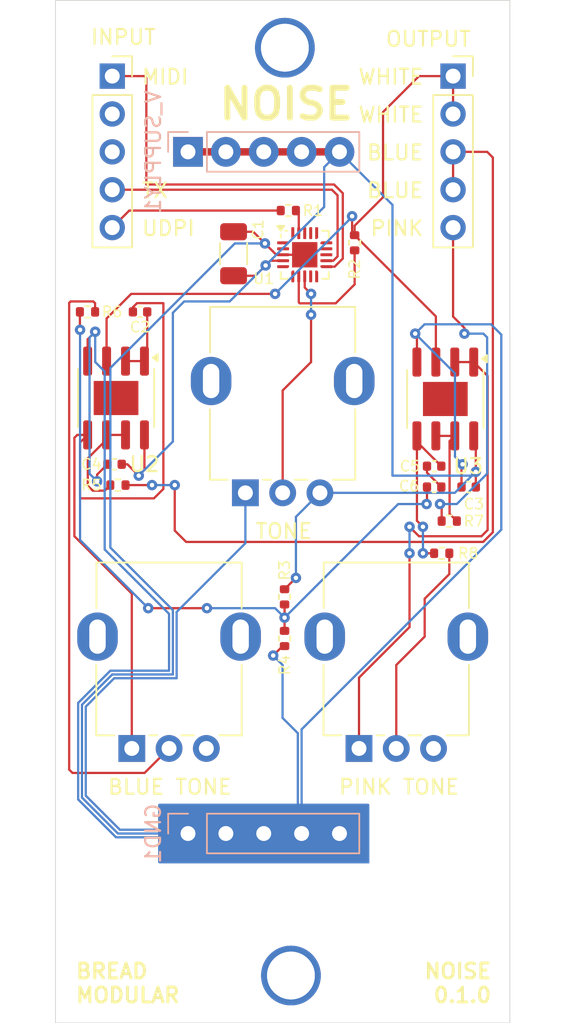
<source format=kicad_pcb>
(kicad_pcb (version 20240108) (generator "pcbnew") (generator_version "8.0")
  (layers (0 "F.Cu" signal) (31 "B.Cu" signal) (34 "B.Paste" user) (35 "F.Paste" user) (36 "B.SilkS" user "B.Silkscreen") (37 "F.SilkS" user "F.Silkscreen") (38 "B.Mask" user) (39 "F.Mask" user) (44 "Edge.Cuts" user))
  (net 0 "")
  (net 1 "GND")
  (net 3 "Net-(U2B-+)")
  (net 4 "Net-(U2A--)")
  (net 6 "Net-(U3B-+)")
  (net 7 "Net-(C5-Pad1)")
  (net 8 "V_MID")
  (net 9 "TX")
  (net 10 "MIDI")
  (net 11 "UDPI")
  (net 12 "V_SUPPLY")
  (net 13 "BLUE_NOISE")
  (net 14 "WHITE_NOISE")
  (net 15 "PINK_NOISE")
  (net 16 "Net-(U1-~{RESET}{slash}PA0)")
  (net 17 "Net-(U1-PA6)")
  (net 18 "Net-(U2B--)")
  (net 19 "Net-(R6-Pad1)")
  (net 20 "Net-(U3B--)")
  (net 21 "Net-(R8-Pad1)")
  (net 22 "Net-(U1-PA7)")
  (net 24 "Net-(U3A--)")
  (footprint "BreadModular_Pots:Potentiometer_RV09" (layer "F.Cu") (at 59.73 73.67 90)
    (property "Reference" "RV1")
    (property "Value" "50k")
    (fp_line (start 0.88 -2.38) (end 5.6 -2.38) (stroke (width 0.12)) (layer "F.SilkS"))
    (fp_line (start 9.41 -2.37) (end 12.47 -2.37) (stroke (width 0.12)) (layer "F.SilkS"))
    (fp_line (start 0.88 -1.19) (end 0.88 -2.37) (stroke (width 0.12)) (layer "F.SilkS"))
    (fp_line (start 0.88 1.71) (end 0.88 1.18) (stroke (width 0.12)) (layer "F.SilkS"))
    (fp_line (start 0.88 4.16) (end 0.88 3.33) (stroke (width 0.12)) (layer "F.SilkS"))
    (fp_line (start 12.47 7.37) (end 12.47 -2.37) (stroke (width 0.12)) (layer "F.SilkS"))
    (fp_line (start 9.41 7.37) (end 12.47 7.37) (stroke (width 0.12)) (layer "F.SilkS"))
    (fp_line (start 0.88 7.37) (end 0.88 5.88) (stroke (width 0.12)) (layer "F.SilkS"))
    (fp_line (start 0.88 7.37) (end 5.6 7.37) (stroke (width 0.12)) (layer "F.SilkS"))
    (pad "" thru_hole oval (at 7.5 -2.3 180) (size 2.72 3.24) (drill oval 1.1 2.3) (layers "*.Cu" "*.Mask"))
    (pad "" thru_hole oval (at 7.5 7.3 180) (size 2.72 3.24) (drill oval 1.1 2.3) (layers "*.Cu" "*.Mask"))
    (pad "1" thru_hole rect (at 0 0 180) (size 1.8 1.8) (drill 1) (layers "*.Cu" "*.Mask") (net 1 "GND"))
    (pad "2" thru_hole circle (at 0 2.5 180) (size 1.8 1.8) (drill 1) (layers "*.Cu" "*.Mask") (net 22 "Net-(U1-PA7)"))
    (pad "3" thru_hole circle (at 0 5 180) (size 1.8 1.8) (drill 1) (layers "*.Cu" "*.Mask") (net 12 "V_SUPPLY"))
  )
  (footprint "BreadModular_Pots:Potentiometer_RV09" (layer "F.Cu") (at 67.35 90.815 90)
    (property "Reference" "RV3")
    (property "Value" "1M")
    (fp_line (start 0.88 -2.38) (end 5.6 -2.38) (stroke (width 0.12)) (layer "F.SilkS"))
    (fp_line (start 9.41 -2.37) (end 12.47 -2.37) (stroke (width 0.12)) (layer "F.SilkS"))
    (fp_line (start 0.88 -1.19) (end 0.88 -2.37) (stroke (width 0.12)) (layer "F.SilkS"))
    (fp_line (start 0.88 1.71) (end 0.88 1.18) (stroke (width 0.12)) (layer "F.SilkS"))
    (fp_line (start 0.88 4.16) (end 0.88 3.33) (stroke (width 0.12)) (layer "F.SilkS"))
    (fp_line (start 12.47 7.37) (end 12.47 -2.37) (stroke (width 0.12)) (layer "F.SilkS"))
    (fp_line (start 9.41 7.37) (end 12.47 7.37) (stroke (width 0.12)) (layer "F.SilkS"))
    (fp_line (start 0.88 7.37) (end 0.88 5.88) (stroke (width 0.12)) (layer "F.SilkS"))
    (fp_line (start 0.88 7.37) (end 5.6 7.37) (stroke (width 0.12)) (layer "F.SilkS"))
    (pad "" thru_hole oval (at 7.5 -2.3 180) (size 2.72 3.24) (drill oval 1.1 2.3) (layers "*.Cu" "*.Mask"))
    (pad "" thru_hole oval (at 7.5 7.3 180) (size 2.72 3.24) (drill oval 1.1 2.3) (layers "*.Cu" "*.Mask"))
    (pad "1" thru_hole rect (at 0 0 180) (size 1.8 1.8) (drill 1) (layers "*.Cu" "*.Mask") (net 24 "Net-(U3A--)"))
    (pad "2" thru_hole circle (at 0 2.5 180) (size 1.8 1.8) (drill 1) (layers "*.Cu" "*.Mask") (net 21 "Net-(R8-Pad1)"))
    (pad "3" thru_hole circle (at 0 5 180) (size 1.8 1.8) (drill 1) (layers "*.Cu" "*.Mask"))
  )
  (footprint "Resistor_SMD:R_0402_1005Metric" (layer "F.Cu") (at 73.404 75.565 180)
    (property "Reference" "R7" (at -1.651 0 360) (layer "F.SilkS") (effects (font (size 0.7 0.7) (thickness 0.1))))
    (property "Value" "1k")
    (fp_line (start -0.153641 0.38) (end 0.153641 0.38) (stroke (width 0.12)) (layer "F.SilkS"))
    (fp_line (start -0.153641 -0.38) (end 0.153641 -0.38) (stroke (width 0.12)) (layer "F.SilkS"))
    (pad "1" smd roundrect (at -0.51 0 180) (size 0.54 0.64) (layers "F.Cu" "F.Paste" "F.Mask") (net 20 "Net-(U3B--)"))
    (pad "2" smd roundrect (at 0.51 0 180) (size 0.54 0.64) (layers "F.Cu" "F.Paste" "F.Mask") (net 15 "PINK_NOISE"))
  )
  (footprint "Capacitor_SMD:C_0402_1005Metric" (layer "F.Cu") (at 72.39 73.279)
    (property "Reference" "C6" (at -1.679 -0.065 0) (layer "F.SilkS") (effects (font (size 0.7 0.7) (thickness 0.1))))
    (property "Value" "10nf")
    (fp_line (start -0.107836 -0.36) (end 0.107836 -0.36) (stroke (width 0.12)) (layer "F.SilkS"))
    (fp_line (start -0.107836 0.36) (end 0.107836 0.36) (stroke (width 0.12)) (layer "F.SilkS"))
    (pad "1" smd roundrect (at -0.48 0) (size 0.56 0.62) (layers "F.Cu" "F.Paste" "F.Mask") (net 8 "V_MID"))
    (pad "2" smd roundrect (at 0.48 0) (size 0.56 0.62) (layers "F.Cu" "F.Paste" "F.Mask") (net 7 "Net-(C5-Pad1)"))
  )
  (footprint "Package_SO:SOIC-8-1EP_3.9x4.9mm_P1.27mm_EP2.29x3mm" (layer "F.Cu") (at 51.054 67.31 -90)
    (property "Reference" "U2" (at 4.445 -1.905 360) (layer "F.SilkS"))
    (property "Value" "MCP6002-xSN")
    (fp_line (start 0 2.56) (end -1.95 2.56) (stroke (width 0.12)) (layer "F.SilkS"))
    (fp_line (start 0 2.56) (end 1.95 2.56) (stroke (width 0.12)) (layer "F.SilkS"))
    (fp_line (start 0 -2.56) (end -1.95 -2.56) (stroke (width 0.12)) (layer "F.SilkS"))
    (fp_line (start 0 -2.56) (end 1.95 -2.56) (stroke (width 0.12)) (layer "F.SilkS"))
    (fp_poly (pts (xy -2.7 -2.465) (xy -2.94 -2.795) (xy -2.46 -2.795) (xy -2.7 -2.465)) (stroke (width 0.12)) (fill solid) (layer "F.SilkS"))
    (pad "1" smd roundrect (at -2.475 -1.905 270) (size 1.95 0.6) (layers "F.Cu" "F.Paste" "F.Mask") (net 4 "Net-(U2A--)"))
    (pad "2" smd roundrect (at -2.475 -0.635 270) (size 1.95 0.6) (layers "F.Cu" "F.Paste" "F.Mask") (net 4 "Net-(U2A--)"))
    (pad "3" smd roundrect (at -2.475 0.635 270) (size 1.95 0.6) (layers "F.Cu" "F.Paste" "F.Mask") (net 14 "WHITE_NOISE"))
    (pad "4" smd roundrect (at -2.475 1.905 270) (size 1.95 0.6) (layers "F.Cu" "F.Paste" "F.Mask") (net 1 "GND"))
    (pad "5" smd roundrect (at 2.475 1.905 270) (size 1.95 0.6) (layers "F.Cu" "F.Paste" "F.Mask") (net 3 "Net-(U2B-+)"))
    (pad "6" smd roundrect (at 2.475 0.635 270) (size 1.95 0.6) (layers "F.Cu" "F.Paste" "F.Mask") (net 18 "Net-(U2B--)"))
    (pad "7" smd roundrect (at 2.475 -0.635 270) (size 1.95 0.6) (layers "F.Cu" "F.Paste" "F.Mask") (net 18 "Net-(U2B--)"))
    (pad "8" smd roundrect (at 2.475 -1.905 270) (size 1.95 0.6) (layers "F.Cu" "F.Paste" "F.Mask") (net 12 "V_SUPPLY"))
    (pad "9" smd rect (at 0 0 270) (size 2.29 3) (property pad_prop_heatsink) (layers "F.Cu" "F.Mask"))
  )
  (footprint "Resistor_SMD:R_0402_1005Metric" (layer "F.Cu") (at 62.609 54.737 180)
    (property "Reference" "R1" (at -1.653 0 360) (layer "F.SilkS") (effects (font (size 0.7 0.7) (thickness 0.1))))
    (property "Value" "4.7k")
    (fp_line (start -0.153641 0.38) (end 0.153641 0.38) (stroke (width 0.12)) (layer "F.SilkS"))
    (fp_line (start -0.153641 -0.38) (end 0.153641 -0.38) (stroke (width 0.12)) (layer "F.SilkS"))
    (pad "1" smd roundrect (at -0.51 0 180) (size 0.54 0.64) (layers "F.Cu" "F.Paste" "F.Mask") (net 16 "Net-(U1-~{RESET}{slash}PA0)"))
    (pad "2" smd roundrect (at 0.51 0 180) (size 0.54 0.64) (layers "F.Cu" "F.Paste" "F.Mask") (net 11 "UDPI"))
  )
  (footprint "Capacitor_SMD:C_0402_1005Metric" (layer "F.Cu") (at 74.704 73.279)
    (property "Reference" "C3" (at 0.353 1.143 0) (layer "F.SilkS") (effects (font (size 0.7 0.7) (thickness 0.1))))
    (property "Value" "100nf")
    (fp_line (start -0.107836 -0.36) (end 0.107836 -0.36) (stroke (width 0.12)) (layer "F.SilkS"))
    (fp_line (start -0.107836 0.36) (end 0.107836 0.36) (stroke (width 0.12)) (layer "F.SilkS"))
    (pad "1" smd roundrect (at -0.48 0) (size 0.56 0.62) (layers "F.Cu" "F.Paste" "F.Mask") (net 1 "GND"))
    (pad "2" smd roundrect (at 0.48 0) (size 0.56 0.62) (layers "F.Cu" "F.Paste" "F.Mask") (net 12 "V_SUPPLY"))
  )
  (footprint "Capacitor_SMD:C_0402_1005Metric" (layer "F.Cu") (at 72.39 71.882)
    (property "Reference" "C5" (at -1.623 0 0) (layer "F.SilkS") (effects (font (size 0.7 0.7) (thickness 0.1))))
    (property "Value" "10nf")
    (fp_line (start -0.107836 -0.36) (end 0.107836 -0.36) (stroke (width 0.12)) (layer "F.SilkS"))
    (fp_line (start -0.107836 0.36) (end 0.107836 0.36) (stroke (width 0.12)) (layer "F.SilkS"))
    (pad "1" smd roundrect (at -0.48 0) (size 0.56 0.62) (layers "F.Cu" "F.Paste" "F.Mask") (net 7 "Net-(C5-Pad1)"))
    (pad "2" smd roundrect (at 0.48 0) (size 0.56 0.62) (layers "F.Cu" "F.Paste" "F.Mask") (net 6 "Net-(U3B-+)"))
  )
  (footprint "Connector_PinSocket_2.54mm:PinSocket_1x05_P2.54mm_Vertical" (layer "F.Cu") (at 50.8 45.72)
    (property "Reference" "INPUT1")
    (property "Value" "Conn_01x05_Socket")
    (fp_line (start -1.33 1.27) (end -1.33 11.49) (stroke (width 0.12)) (layer "F.SilkS"))
    (fp_line (start -1.33 1.27) (end 1.33 1.27) (stroke (width 0.12)) (layer "F.SilkS"))
    (fp_line (start -1.33 11.49) (end 1.33 11.49) (stroke (width 0.12)) (layer "F.SilkS"))
    (fp_line (start 0 -1.33) (end 1.33 -1.33) (stroke (width 0.12)) (layer "F.SilkS"))
    (fp_line (start 1.33 -1.33) (end 1.33 0) (stroke (width 0.12)) (layer "F.SilkS"))
    (fp_line (start 1.33 1.27) (end 1.33 11.49) (stroke (width 0.12)) (layer "F.SilkS"))
    (pad "1" thru_hole rect (at 0 0) (size 1.7 1.7) (drill 1) (layers "*.Cu" "*.Mask") (net 10 "MIDI"))
    (pad "2" thru_hole oval (at 0 2.54) (size 1.7 1.7) (drill 1) (layers "*.Cu" "*.Mask"))
    (pad "3" thru_hole oval (at 0 5.08) (size 1.7 1.7) (drill 1) (layers "*.Cu" "*.Mask"))
    (pad "4" thru_hole oval (at 0 7.62) (size 1.7 1.7) (drill 1) (layers "*.Cu" "*.Mask") (net 9 "TX"))
    (pad "5" thru_hole oval (at 0 10.16) (size 1.7 1.7) (drill 1) (layers "*.Cu" "*.Mask") (net 11 "UDPI"))
  )
  (footprint "Package_DFN_QFN:VQFN-20-1EP_3x3mm_P0.4mm_EP1.7x1.7mm" (layer "F.Cu") (at 63.71 57.702)
    (property "Reference" "U1" (at -2.75 1.607 0) (layer "F.SilkS") (effects (font (size 0.7 0.7) (thickness 0.1))))
    (property "Value" "ATtiny1616-M")
    (fp_line (start -1.61 -1.16) (end -1.61 -1.37) (stroke (width 0.12)) (layer "F.SilkS"))
    (fp_line (start -1.61 1.61) (end -1.61 1.16) (stroke (width 0.12)) (layer "F.SilkS"))
    (fp_line (start -1.16 -1.61) (end -1.31 -1.61) (stroke (width 0.12)) (layer "F.SilkS"))
    (fp_line (start -1.16 1.61) (end -1.61 1.61) (stroke (width 0.12)) (layer "F.SilkS"))
    (fp_line (start 1.16 -1.61) (end 1.61 -1.61) (stroke (width 0.12)) (layer "F.SilkS"))
    (fp_line (start 1.16 1.61) (end 1.61 1.61) (stroke (width 0.12)) (layer "F.SilkS"))
    (fp_line (start 1.61 -1.61) (end 1.61 -1.16) (stroke (width 0.12)) (layer "F.SilkS"))
    (fp_line (start 1.61 1.61) (end 1.61 1.16) (stroke (width 0.12)) (layer "F.SilkS"))
    (fp_poly (pts (xy -1.61 -1.61) (xy -1.85 -1.94) (xy -1.37 -1.94) (xy -1.61 -1.61)) (stroke (width 0.12)) (fill solid) (layer "F.SilkS"))
    (pad "1" smd custom (at -1.45 -0.8) (size 0.143431 0.143431) (layers "F.Cu" "F.Paste" "F.Mask") (options (clearance outline) (anchor circle)) (primitives (gr_poly (pts (xy -0.35 -0.05) (xy 0.299289 -0.05) (xy 0.35 0.000711) (xy 0.35 0.05) (xy -0.35 0.05)) (width 0.1) (fill yes))))
    (pad "2" smd roundrect (at -1.45 -0.4) (size 0.8 0.2) (layers "F.Cu" "F.Paste" "F.Mask"))
    (pad "3" smd roundrect (at -1.45 0) (size 0.8 0.2) (layers "F.Cu" "F.Paste" "F.Mask") (net 1 "GND"))
    (pad "4" smd roundrect (at -1.45 0.4) (size 0.8 0.2) (layers "F.Cu" "F.Paste" "F.Mask") (net 12 "V_SUPPLY"))
    (pad "5" smd custom (at -1.45 0.8) (size 0.143431 0.143431) (layers "F.Cu" "F.Paste" "F.Mask") (options (clearance outline) (anchor circle)) (primitives (gr_poly (pts (xy -0.35 -0.05) (xy 0.35 -0.05) (xy 0.35 -0.000711) (xy 0.299289 0.05) (xy -0.35 0.05)) (width 0.1) (fill yes))))
    (pad "6" smd custom (at -0.8 1.45) (size 0.143431 0.143431) (layers "F.Cu" "F.Paste" "F.Mask") (options (clearance outline) (anchor circle)) (primitives (gr_poly (pts (xy -0.05 -0.299289) (xy 0.000711 -0.35) (xy 0.05 -0.35) (xy 0.05 0.35) (xy -0.05 0.35)) (width 0.1) (fill yes))))
    (pad "7" smd roundrect (at -0.4 1.45) (size 0.2 0.8) (layers "F.Cu" "F.Paste" "F.Mask") (net 17 "Net-(U1-PA6)"))
    (pad "8" smd roundrect (at 0 1.45) (size 0.2 0.8) (layers "F.Cu" "F.Paste" "F.Mask") (net 22 "Net-(U1-PA7)"))
    (pad "9" smd roundrect (at 0.4 1.45) (size 0.2 0.8) (layers "F.Cu" "F.Paste" "F.Mask"))
    (pad "10" smd custom (at 0.8 1.45) (size 0.143431 0.143431) (layers "F.Cu" "F.Paste" "F.Mask") (options (clearance outline) (anchor circle)) (primitives (gr_poly (pts (xy -0.05 -0.35) (xy -0.000711 -0.35) (xy 0.05 -0.299289) (xy 0.05 0.35) (xy -0.05 0.35)) (width 0.1) (fill yes))))
    (pad "11" smd custom (at 1.45 0.8) (size 0.143431 0.143431) (layers "F.Cu" "F.Paste" "F.Mask") (net 10 "MIDI") (options (clearance outline) (anchor circle)) (primitives (gr_poly (pts (xy -0.35 -0.05) (xy 0.35 -0.05) (xy 0.35 0.05) (xy -0.299289 0.05) (xy -0.35 -0.000711)) (width 0.1) (fill yes))))
    (pad "12" smd roundrect (at 1.45 0.4) (size 0.8 0.2) (layers "F.Cu" "F.Paste" "F.Mask") (net 9 "TX"))
    (pad "13" smd roundrect (at 1.45 0) (size 0.8 0.2) (layers "F.Cu" "F.Paste" "F.Mask"))
    (pad "14" smd roundrect (at 1.45 -0.4) (size 0.8 0.2) (layers "F.Cu" "F.Paste" "F.Mask"))
    (pad "15" smd custom (at 1.45 -0.8) (size 0.143431 0.143431) (layers "F.Cu" "F.Paste" "F.Mask") (options (clearance outline) (anchor circle)) (primitives (gr_poly (pts (xy -0.35 0.000711) (xy -0.299289 -0.05) (xy 0.35 -0.05) (xy 0.35 0.05) (xy -0.35 0.05)) (width 0.1) (fill yes))))
    (pad "16" smd custom (at 0.8 -1.45) (size 0.143431 0.143431) (layers "F.Cu" "F.Paste" "F.Mask") (options (clearance outline) (anchor circle)) (primitives (gr_poly (pts (xy -0.05 -0.35) (xy 0.05 -0.35) (xy 0.05 0.299289) (xy -0.000711 0.35) (xy -0.05 0.35)) (width 0.1) (fill yes))))
    (pad "17" smd roundrect (at 0.4 -1.45) (size 0.2 0.8) (layers "F.Cu" "F.Paste" "F.Mask"))
    (pad "18" smd roundrect (at 0 -1.45) (size 0.2 0.8) (layers "F.Cu" "F.Paste" "F.Mask"))
    (pad "19" smd roundrect (at -0.4 -1.45) (size 0.2 0.8) (layers "F.Cu" "F.Paste" "F.Mask") (net 16 "Net-(U1-~{RESET}{slash}PA0)"))
    (pad "20" smd custom (at -0.8 -1.45) (size 0.143431 0.143431) (layers "F.Cu" "F.Paste" "F.Mask") (options (clearance outline) (anchor circle)) (primitives (gr_poly (pts (xy -0.05 -0.35) (xy 0.05 -0.35) (xy 0.05 0.35) (xy 0.000711 0.35) (xy -0.05 0.299289)) (width 0.1) (fill yes))))
    (pad "21" smd rect (at 0 0) (size 1.7 1.7) (property pad_prop_heatsink) (layers "F.Cu" "F.Mask") (net 1 "GND"))
  )
  (footprint "Capacitor_SMD:C_0402_1005Metric" (layer "F.Cu") (at 52.665 61.533 180)
    (property "Reference" "C2" (at 0 -1.016 360) (layer "F.SilkS") (effects (font (size 0.7 0.7) (thickness 0.1))))
    (property "Value" "100pf")
    (fp_line (start -0.107836 0.36) (end 0.107836 0.36) (stroke (width 0.12)) (layer "F.SilkS"))
    (fp_line (start -0.107836 -0.36) (end 0.107836 -0.36) (stroke (width 0.12)) (layer "F.SilkS"))
    (pad "1" smd roundrect (at -0.48 0 180) (size 0.56 0.62) (layers "F.Cu" "F.Paste" "F.Mask") (net 4 "Net-(U2A--)"))
    (pad "2" smd roundrect (at 0.48 0 180) (size 0.56 0.62) (layers "F.Cu" "F.Paste" "F.Mask") (net 3 "Net-(U2B-+)"))
  )
  (footprint "Resistor_SMD:R_0402_1005Metric" (layer "F.Cu") (at 62.357 83.439 -90)
    (property "Reference" "R4" (at 1.778 0 90) (layer "F.SilkS") (effects (font (size 0.7 0.7) (thickness 0.1))))
    (property "Value" "1k")
    (fp_line (start -0.153641 0.38) (end 0.153641 0.38) (stroke (width 0.12)) (layer "F.SilkS"))
    (fp_line (start -0.153641 -0.38) (end 0.153641 -0.38) (stroke (width 0.12)) (layer "F.SilkS"))
    (pad "1" smd roundrect (at -0.51 0 270) (size 0.54 0.64) (layers "F.Cu" "F.Paste" "F.Mask") (net 8 "V_MID"))
    (pad "2" smd roundrect (at 0.51 0 270) (size 0.54 0.64) (layers "F.Cu" "F.Paste" "F.Mask") (net 1 "GND"))
  )
  (footprint "Resistor_SMD:R_0402_1005Metric" (layer "F.Cu") (at 49.139 61.533 180)
    (property "Reference" "R6" (at -1.649 0 360) (layer "F.SilkS") (effects (font (size 0.7 0.7) (thickness 0.1))))
    (property "Value" "330")
    (fp_line (start -0.153641 0.38) (end 0.153641 0.38) (stroke (width 0.12)) (layer "F.SilkS"))
    (fp_line (start -0.153641 -0.38) (end 0.153641 -0.38) (stroke (width 0.12)) (layer "F.SilkS"))
    (pad "1" smd roundrect (at -0.51 0 180) (size 0.54 0.64) (layers "F.Cu" "F.Paste" "F.Mask") (net 19 "Net-(R6-Pad1)"))
    (pad "2" smd roundrect (at 0.51 0 180) (size 0.54 0.64) (layers "F.Cu" "F.Paste" "F.Mask") (net 8 "V_MID"))
  )
  (footprint "Capacitor_SMD:C_1206_3216Metric" (layer "F.Cu") (at 58.937 57.634 -90)
    (property "Reference" "C1" (at -1.627 -1.642 90) (layer "F.SilkS") (effects (font (size 0.7 0.7) (thickness 0.1))))
    (property "Value" "100uf")
    (fp_line (start -0.711252 0.91) (end 0.711252 0.91) (stroke (width 0.12)) (layer "F.SilkS"))
    (fp_line (start -0.711252 -0.91) (end 0.711252 -0.91) (stroke (width 0.12)) (layer "F.SilkS"))
    (pad "1" smd roundrect (at -1.475 0 270) (size 1.15 1.8) (layers "F.Cu" "F.Paste" "F.Mask") (roundrect_rratio 0.217391) (net 1 "GND"))
    (pad "2" smd roundrect (at 1.475 0 270) (size 1.15 1.8) (layers "F.Cu" "F.Paste" "F.Mask") (roundrect_rratio 0.217391) (net 12 "V_SUPPLY"))
  )
  (footprint "Resistor_SMD:R_0402_1005Metric" (layer "F.Cu") (at 72.898 77.724 180)
    (property "Reference" "R8" (at -1.778 0 360) (layer "F.SilkS") (effects (font (size 0.7 0.7) (thickness 0.1))))
    (property "Value" "22k")
    (fp_line (start -0.153641 0.38) (end 0.153641 0.38) (stroke (width 0.12)) (layer "F.SilkS"))
    (fp_line (start -0.153641 -0.38) (end 0.153641 -0.38) (stroke (width 0.12)) (layer "F.SilkS"))
    (pad "1" smd roundrect (at -0.51 0 180) (size 0.54 0.64) (layers "F.Cu" "F.Paste" "F.Mask") (net 21 "Net-(R8-Pad1)"))
    (pad "2" smd roundrect (at 0.51 0 180) (size 0.54 0.64) (layers "F.Cu" "F.Paste" "F.Mask") (net 6 "Net-(U3B-+)"))
  )
  (footprint "Capacitor_SMD:C_0402_1005Metric" (layer "F.Cu") (at 50.955 71.755)
    (property "Reference" "C4" (at -1.552 0 0) (layer "F.SilkS") (effects (font (size 0.7 0.7) (thickness 0.1))))
    (property "Value" "100nf")
    (fp_line (start -0.107836 -0.36) (end 0.107836 -0.36) (stroke (width 0.12)) (layer "F.SilkS"))
    (fp_line (start -0.107836 0.36) (end 0.107836 0.36) (stroke (width 0.12)) (layer "F.SilkS"))
    (pad "1" smd roundrect (at -0.48 0) (size 0.56 0.62) (layers "F.Cu" "F.Paste" "F.Mask") (net 1 "GND"))
    (pad "2" smd roundrect (at 0.48 0) (size 0.56 0.62) (layers "F.Cu" "F.Paste" "F.Mask") (net 12 "V_SUPPLY"))
  )
  (footprint "Package_SO:SOIC-8-1EP_3.9x4.9mm_P1.27mm_EP2.29x3mm" (layer "F.Cu") (at 73.14 67.375 -90)
    (property "Reference" "U3" (at 4.507 -1.536 360) (layer "F.SilkS"))
    (property "Value" "MCP6002-xSN")
    (fp_line (start 0 2.56) (end -1.95 2.56) (stroke (width 0.12)) (layer "F.SilkS"))
    (fp_line (start 0 2.56) (end 1.95 2.56) (stroke (width 0.12)) (layer "F.SilkS"))
    (fp_line (start 0 -2.56) (end -1.95 -2.56) (stroke (width 0.12)) (layer "F.SilkS"))
    (fp_line (start 0 -2.56) (end 1.95 -2.56) (stroke (width 0.12)) (layer "F.SilkS"))
    (fp_poly (pts (xy -2.7 -2.465) (xy -2.94 -2.795) (xy -2.46 -2.795) (xy -2.7 -2.465)) (stroke (width 0.12)) (fill solid) (layer "F.SilkS"))
    (pad "1" smd roundrect (at -2.475 -1.905 270) (size 1.95 0.6) (layers "F.Cu" "F.Paste" "F.Mask") (net 24 "Net-(U3A--)"))
    (pad "2" smd roundrect (at -2.475 -0.635 270) (size 1.95 0.6) (layers "F.Cu" "F.Paste" "F.Mask") (net 24 "Net-(U3A--)"))
    (pad "3" smd roundrect (at -2.475 0.635 270) (size 1.95 0.6) (layers "F.Cu" "F.Paste" "F.Mask") (net 14 "WHITE_NOISE"))
    (pad "4" smd roundrect (at -2.475 1.905 270) (size 1.95 0.6) (layers "F.Cu" "F.Paste" "F.Mask") (net 1 "GND"))
    (pad "5" smd roundrect (at 2.475 1.905 270) (size 1.95 0.6) (layers "F.Cu" "F.Paste" "F.Mask") (net 6 "Net-(U3B-+)"))
    (pad "6" smd roundrect (at 2.475 0.635 270) (size 1.95 0.6) (layers "F.Cu" "F.Paste" "F.Mask") (net 20 "Net-(U3B--)"))
    (pad "7" smd roundrect (at 2.475 -0.635 270) (size 1.95 0.6) (layers "F.Cu" "F.Paste" "F.Mask") (net 20 "Net-(U3B--)"))
    (pad "8" smd roundrect (at 2.475 -1.905 270) (size 1.95 0.6) (layers "F.Cu" "F.Paste" "F.Mask") (net 12 "V_SUPPLY"))
    (pad "9" smd rect (at 0 0 270) (size 2.29 3) (property pad_prop_heatsink) (layers "F.Cu" "F.Mask"))
  )
  (footprint "Resistor_SMD:R_0402_1005Metric" (layer "F.Cu") (at 51.179 73.152)
    (property "Reference" "R5" (at -1.776 0 0) (layer "F.SilkS") (effects (font (size 0.7 0.7) (thickness 0.1))))
    (property "Value" "1k")
    (fp_line (start -0.153641 -0.38) (end 0.153641 -0.38) (stroke (width 0.12)) (layer "F.SilkS"))
    (fp_line (start -0.153641 0.38) (end 0.153641 0.38) (stroke (width 0.12)) (layer "F.SilkS"))
    (pad "1" smd roundrect (at -0.51 0) (size 0.54 0.64) (layers "F.Cu" "F.Paste" "F.Mask") (net 18 "Net-(U2B--)"))
    (pad "2" smd roundrect (at 0.51 0) (size 0.54 0.64) (layers "F.Cu" "F.Paste" "F.Mask") (net 13 "BLUE_NOISE"))
  )
  (footprint "Resistor_SMD:R_0402_1005Metric" (layer "F.Cu") (at 67.056 56.898 90)
    (property "Reference" "R2" (at -1.778 0 90) (layer "F.SilkS") (effects (font (size 0.7 0.7) (thickness 0.1))))
    (property "Value" "1k")
    (fp_line (start -0.153641 -0.38) (end 0.153641 -0.38) (stroke (width 0.12)) (layer "F.SilkS"))
    (fp_line (start -0.153641 0.38) (end 0.153641 0.38) (stroke (width 0.12)) (layer "F.SilkS"))
    (pad "1" smd roundrect (at -0.51 0 90) (size 0.54 0.64) (layers "F.Cu" "F.Paste" "F.Mask") (net 17 "Net-(U1-PA6)"))
    (pad "2" smd roundrect (at 0.51 0 90) (size 0.54 0.64) (layers "F.Cu" "F.Paste" "F.Mask") (net 14 "WHITE_NOISE"))
  )
  (footprint "Resistor_SMD:R_0402_1005Metric" (layer "F.Cu") (at 62.357 80.647 -90)
    (property "Reference" "R3" (at -1.78 0 90) (layer "F.SilkS") (effects (font (size 0.7 0.7) (thickness 0.1))))
    (property "Value" "1k")
    (fp_line (start -0.153641 0.38) (end 0.153641 0.38) (stroke (width 0.12)) (layer "F.SilkS"))
    (fp_line (start -0.153641 -0.38) (end 0.153641 -0.38) (stroke (width 0.12)) (layer "F.SilkS"))
    (pad "1" smd roundrect (at -0.51 0 270) (size 0.54 0.64) (layers "F.Cu" "F.Paste" "F.Mask") (net 12 "V_SUPPLY"))
    (pad "2" smd roundrect (at 0.51 0 270) (size 0.54 0.64) (layers "F.Cu" "F.Paste" "F.Mask") (net 8 "V_MID"))
  )
  (footprint "Connector_PinSocket_2.54mm:PinSocket_1x05_P2.54mm_Vertical" (layer "F.Cu") (at 73.66 45.72)
    (property "Reference" "OUTPUT1")
    (property "Value" "Conn_01x05_Socket")
    (fp_line (start -1.33 1.27) (end -1.33 11.49) (stroke (width 0.12)) (layer "F.SilkS"))
    (fp_line (start -1.33 1.27) (end 1.33 1.27) (stroke (width 0.12)) (layer "F.SilkS"))
    (fp_line (start -1.33 11.49) (end 1.33 11.49) (stroke (width 0.12)) (layer "F.SilkS"))
    (fp_line (start 0 -1.33) (end 1.33 -1.33) (stroke (width 0.12)) (layer "F.SilkS"))
    (fp_line (start 1.33 -1.33) (end 1.33 0) (stroke (width 0.12)) (layer "F.SilkS"))
    (fp_line (start 1.33 1.27) (end 1.33 11.49) (stroke (width 0.12)) (layer "F.SilkS"))
    (pad "1" thru_hole rect (at 0 0) (size 1.7 1.7) (drill 1) (layers "*.Cu" "*.Mask") (net 14 "WHITE_NOISE"))
    (pad "2" thru_hole oval (at 0 2.54) (size 1.7 1.7) (drill 1) (layers "*.Cu" "*.Mask") (net 14 "WHITE_NOISE"))
    (pad "3" thru_hole oval (at 0 5.08) (size 1.7 1.7) (drill 1) (layers "*.Cu" "*.Mask") (net 13 "BLUE_NOISE"))
    (pad "4" thru_hole oval (at 0 7.62) (size 1.7 1.7) (drill 1) (layers "*.Cu" "*.Mask") (net 13 "BLUE_NOISE"))
    (pad "5" thru_hole oval (at 0 10.16) (size 1.7 1.7) (drill 1) (layers "*.Cu" "*.Mask") (net 15 "PINK_NOISE"))
  )
  (footprint "BreadModular_Pots:Potentiometer_RV09" (layer "F.Cu") (at 52.11 90.815 90)
    (property "Reference" "RV2")
    (property "Value" "1M")
    (fp_line (start 0.88 -2.38) (end 5.6 -2.38) (stroke (width 0.12)) (layer "F.SilkS"))
    (fp_line (start 9.41 -2.37) (end 12.47 -2.37) (stroke (width 0.12)) (layer "F.SilkS"))
    (fp_line (start 0.88 -1.19) (end 0.88 -2.37) (stroke (width 0.12)) (layer "F.SilkS"))
    (fp_line (start 0.88 1.71) (end 0.88 1.18) (stroke (width 0.12)) (layer "F.SilkS"))
    (fp_line (start 0.88 4.16) (end 0.88 3.33) (stroke (width 0.12)) (layer "F.SilkS"))
    (fp_line (start 12.47 7.37) (end 12.47 -2.37) (stroke (width 0.12)) (layer "F.SilkS"))
    (fp_line (start 9.41 7.37) (end 12.47 7.37) (stroke (width 0.12)) (layer "F.SilkS"))
    (fp_line (start 0.88 7.37) (end 0.88 5.88) (stroke (width 0.12)) (layer "F.SilkS"))
    (fp_line (start 0.88 7.37) (end 5.6 7.37) (stroke (width 0.12)) (layer "F.SilkS"))
    (pad "" thru_hole oval (at 7.5 -2.3 180) (size 2.72 3.24) (drill oval 1.1 2.3) (layers "*.Cu" "*.Mask"))
    (pad "" thru_hole oval (at 7.5 7.3 180) (size 2.72 3.24) (drill oval 1.1 2.3) (layers "*.Cu" "*.Mask"))
    (pad "1" thru_hole rect (at 0 0 180) (size 1.8 1.8) (drill 1) (layers "*.Cu" "*.Mask") (net 3 "Net-(U2B-+)"))
    (pad "2" thru_hole circle (at 0 2.5 180) (size 1.8 1.8) (drill 1) (layers "*.Cu" "*.Mask") (net 19 "Net-(R6-Pad1)"))
    (pad "3" thru_hole circle (at 0 5 180) (size 1.8 1.8) (drill 1) (layers "*.Cu" "*.Mask"))
  )
  (footprint "BreadModular_MISC:Power_Connector" (layer "B.Cu") (at 55.88 50.8 -90)
    (property "Reference" "V_SUPPLY1" (at 0 2.33 90) (layer "B.SilkS") (effects (justify mirror)))
    (property "Value" "Conn_01x05_Pin")
    (fp_line (start -1.33 1.33) (end -1.33 0) (stroke (width 0.12)) (layer "B.SilkS"))
    (fp_line (start 0 1.33) (end -1.33 1.33) (stroke (width 0.12)) (layer "B.SilkS"))
    (fp_line (start 1.33 -1.27) (end -1.33 -1.27) (stroke (width 0.12)) (layer "B.SilkS"))
    (fp_line (start -1.33 -11.49) (end -1.33 -1.27) (stroke (width 0.12)) (layer "B.SilkS"))
    (fp_line (start 1.33 -11.49) (end 1.33 -1.27) (stroke (width 0.12)) (layer "B.SilkS"))
    (fp_line (start 1.33 -11.49) (end -1.33 -11.49) (stroke (width 0.12)) (layer "B.SilkS"))
    (pad "1" thru_hole rect (at 0 0 270) (size 2 2) (drill 1) (layers "*.Cu" "*.Mask") (net 12 "V_SUPPLY"))
    (pad "2" thru_hole oval (at 0 -2.54 270) (size 2 2) (drill 1) (layers "*.Cu" "*.Mask") (net 12 "V_SUPPLY"))
    (pad "3" thru_hole oval (at 0 -5.08 270) (size 2 2) (drill 1) (layers "*.Cu" "*.Mask") (net 12 "V_SUPPLY"))
    (pad "4" thru_hole oval (at 0 -7.62 270) (size 2 2) (drill 1) (layers "*.Cu" "*.Mask") (net 12 "V_SUPPLY"))
    (pad "5" thru_hole oval (at 0 -10.16 270) (size 2 2) (drill 1) (layers "*.Cu" "*.Mask") (net 12 "V_SUPPLY"))
  )
  (footprint "BreadModular_MISC:Power_Connector" (layer "B.Cu") (at 55.88 96.52 -90)
    (property "Reference" "GND1" (at 0 2.33 90) (layer "B.SilkS") (effects (justify mirror)))
    (property "Value" "Conn_01x05_Pin")
    (fp_line (start -1.33 1.33) (end -1.33 0) (stroke (width 0.12)) (layer "B.SilkS"))
    (fp_line (start 0 1.33) (end -1.33 1.33) (stroke (width 0.12)) (layer "B.SilkS"))
    (fp_line (start 1.33 -1.27) (end -1.33 -1.27) (stroke (width 0.12)) (layer "B.SilkS"))
    (fp_line (start -1.33 -11.49) (end -1.33 -1.27) (stroke (width 0.12)) (layer "B.SilkS"))
    (fp_line (start 1.33 -11.49) (end 1.33 -1.27) (stroke (width 0.12)) (layer "B.SilkS"))
    (fp_line (start 1.33 -11.49) (end -1.33 -11.49) (stroke (width 0.12)) (layer "B.SilkS"))
    (pad "1" thru_hole rect (at 0 0 270) (size 2 2) (drill 1) (layers "*.Cu" "*.Mask") (net 1 "GND"))
    (pad "2" thru_hole oval (at 0 -2.54 270) (size 2 2) (drill 1) (layers "*.Cu" "*.Mask") (net 1 "GND"))
    (pad "3" thru_hole oval (at 0 -5.08 270) (size 2 2) (drill 1) (layers "*.Cu" "*.Mask") (net 1 "GND"))
    (pad "4" thru_hole oval (at 0 -7.62 270) (size 2 2) (drill 1) (layers "*.Cu" "*.Mask") (net 1 "GND"))
    (pad "5" thru_hole oval (at 0 -10.16 270) (size 2 2) (drill 1) (layers "*.Cu" "*.Mask") (net 1 "GND"))
  )
  (gr_poly (pts (xy 53.975 94.615) (xy 67.945 94.615) (xy 67.945 98.425) (xy 53.975 98.425)) (stroke (width 0.2)) (fill solid) (layer "B.Cu") (net 1))
  (gr_line (start 46.99 109.22) (end 77.47 109.22) (stroke (width 0.05)) (layer "Edge.Cuts"))
  (gr_line (start 77.47 40.64) (end 46.99 40.64) (stroke (width 0.05)) (layer "Edge.Cuts"))
  (gr_line (start 46.99 40.64) (end 46.99 109.22) (stroke (width 0.05)) (layer "Edge.Cuts"))
  (gr_line (start 77.47 109.22) (end 77.47 40.64) (stroke (width 0.05)) (layer "Edge.Cuts"))
  (gr_text "UDPI" (at 52.705 56.515 0) (layer "F.SilkS") (effects (font (size 1 1)) (justify left bottom)))
  (gr_text "MIDI" (at 52.705 46.355 0) (layer "F.SilkS") (effects (font (size 1 1)) (justify left bottom)))
  (gr_text "INPUT" (at 49.276 43.688 0) (layer "F.SilkS") (effects (font (size 1 1)) (justify left bottom)))
  (gr_text "PINK" (at 71.755 56.515 0) (layer "F.SilkS") (effects (font (size 1 1)) (justify right bottom)))
  (gr_text "NOISE\n0.1.0" (at 76.327 107.95 0) (layer "F.SilkS") (effects (font (size 1 1) (thickness 0.2) (bold yes)) (justify right bottom)))
  (gr_text "BLUE" (at 71.755 51.435 0) (layer "F.SilkS") (effects (font (size 1 1)) (justify right bottom)))
  (gr_text "NOISE" (at 57.785 48.768 0) (layer "F.SilkS") (effects (font (size 2 2) (thickness 0.4) (bold yes)) (justify left bottom)))
  (gr_text "WHITE" (at 71.755 48.895 0) (layer "F.SilkS") (effects (font (size 1 1)) (justify right bottom)))
  (gr_text "TONE" (at 60.325 76.835 0) (layer "F.SilkS") (effects (font (size 1 1)) (justify left bottom)))
  (gr_text "BLUE" (at 71.755 53.975 0) (layer "F.SilkS") (effects (font (size 1 1)) (justify right bottom)))
  (gr_text "TX" (at 52.705 53.975 0) (layer "F.SilkS") (effects (font (size 1 1)) (justify left bottom)))
  (gr_text "WHITE" (at 71.755 46.355 0) (layer "F.SilkS") (effects (font (size 1 1)) (justify right bottom)))
  (gr_text "OUTPUT" (at 74.93 43.815 0) (layer "F.SilkS") (effects (font (size 1 1)) (justify right bottom)))
  (gr_text "PINK TONE" (at 65.913 93.98 0) (layer "F.SilkS") (effects (font (size 1 1)) (justify left bottom)))
  (gr_text "BREAD\nMODULAR" (at 48.26 107.95 0) (layer "F.SilkS") (effects (font (size 1 1) (thickness 0.2) (bold yes)) (justify left bottom)))
  (gr_text "BLUE TONE" (at 50.419 93.98 0) (layer "F.SilkS") (effects (font (size 1 1)) (justify left bottom)))
  (via (at 62.37758 43.815) (size 4) (drill 3.2) (layers "F.Cu" "B.Cu") (net 0))
  (via (at 62.784908 106.045) (size 4) (drill 3.2) (layers "F.Cu" "B.Cu") (net 0))
  (via (at 62.37758 43.815) (size 4) (drill 3.2) (layers "F.Cu" "B.Cu") (net 0))
  (via (at 62.784908 106.045) (size 4) (drill 3.2) (layers "F.Cu" "B.Cu") (net 0))
  (via (at 62.784908 106.045) (size 4) (drill 3.2) (layers "F.Cu" "B.Cu") (net 0))
  (via (at 62.784908 106.045) (size 4) (drill 3.2) (layers "F.Cu" "B.Cu") (net 0))
  (via (at 62.37758 43.815) (size 4) (drill 3.2) (layers "F.Cu" "B.Cu") (net 0))
  (via (at 62.37758 43.815) (size 4) (drill 3.2) (layers "F.Cu" "B.Cu") (net 0))
  (segment (start 63.71 57.702) (end 62.26 57.702) (width 0.15) (layer "F.Cu") (net 1))
  (segment (start 71.12 62.992) (end 71.235 63.107) (width 0.15) (layer "F.Cu") (net 1))
  (segment (start 55.88 96.52) (end 66.04 96.52) (width 0.5) (layer "F.Cu") (net 1))
  (segment (start 62.26 57.702) (end 61.798994 57.702) (width 0.15) (layer "F.Cu") (net 1))
  (segment (start 61.798994 57.702) (end 61.039997 56.943003) (width 0.15) (layer "F.Cu") (net 1))
  (segment (start 49.149 63.373) (end 49.149 64.835) (width 0.15) (layer "F.Cu") (net 1))
  (segment (start 74.224 71.826) (end 74.224 73.279) (width 0.15) (layer "F.Cu") (net 1))
  (segment (start 61.039997 56.943003) (end 60.255994 56.159) (width 0.15) (layer "F.Cu") (net 1))
  (segment (start 60.255994 56.159) (end 58.937 56.159) (width 0.15) (layer "F.Cu") (net 1))
  (segment (start 74.295 71.755) (end 74.224 71.826) (width 0.15) (layer "F.Cu") (net 1))
  (segment (start 49.784 72.898) (end 49.784 72.446) (width 0.15) (layer "F.Cu") (net 1))
  (segment (start 62.357 83.949) (end 62.228 83.949) (width 0.15) (layer "F.Cu") (net 1))
  (segment (start 49.784 72.446) (end 50.475 71.755) (width 0.15) (layer "F.Cu") (net 1))
  (segment (start 71.235 63.107) (end 71.235 64.9) (width 0.15) (layer "F.Cu") (net 1))
  (segment (start 62.228 83.949) (end 61.595 84.582) (width 0.15) (layer "F.Cu") (net 1))
  (segment (start 49.657 62.865) (end 49.149 63.373) (width 0.15) (layer "F.Cu") (net 1))
  (via (at 61.039997 56.943003) (size 0.7) (drill 0.3) (layers "F.Cu" "B.Cu") (net 1))
  (via (at 74.295 71.755) (size 0.7) (drill 0.3) (layers "F.Cu" "B.Cu") (net 1))
  (via (at 49.657 62.865) (size 0.7) (drill 0.3) (layers "F.Cu" "B.Cu") (net 1))
  (via (at 49.784 72.898) (size 0.7) (drill 0.3) (layers "F.Cu" "B.Cu") (net 1))
  (via (at 71.12 62.992) (size 0.7) (drill 0.3) (layers "F.Cu" "B.Cu") (net 1))
  (via (at 61.595 84.582) (size 0.7) (drill 0.3) (layers "F.Cu" "B.Cu") (net 1))
  (segment (start 54.61 85.598) (end 50.673 85.598) (width 0.15) (layer "B.Cu") (net 1))
  (segment (start 76.203 62.367) (end 76.895 63.059) (width 0.15) (layer "B.Cu") (net 1))
  (segment (start 62.223 85.21) (end 62.223 88.766) (width 0.15) (layer "B.Cu") (net 1))
  (segment (start 49.657 62.865) (end 49.657 64.897) (width 0.15) (layer "B.Cu") (net 1))
  (segment (start 50.673 65.291025) (end 50.673 77.343) (width 0.15) (layer "B.Cu") (net 1))
  (segment (start 63.246 89.789) (end 63.246 96.52) (width 0.15) (layer "B.Cu") (net 1))
  (segment (start 55.118 81.661) (end 55.118 86.106) (width 0.15) (layer "B.Cu") (net 1))
  (segment (start 50.673 85.598) (end 48.514 87.757) (width 0.15) (layer "B.Cu") (net 1))
  (segment (start 63.246 96.52) (end 60.96 96.52) (width 0.15) (layer "B.Cu") (net 1))
  (segment (start 51.054 96.774) (end 55.626 96.774) (width 0.15) (layer "B.Cu") (net 1))
  (segment (start 50.673 77.343) (end 54.864 81.534) (width 0.15) (layer "B.Cu") (net 1))
  (segment (start 49.276 63.246) (end 49.657 62.865) (width 0.15) (layer "B.Cu") (net 1))
  (segment (start 74.295 71.755) (end 73.787 71.247) (width 0.15) (layer "B.Cu") (net 1))
  (segment (start 55.626 96.774) (end 55.88 96.52) (width 0.15) (layer "B.Cu") (net 1))
  (segment (start 54.61 81.788) (end 54.61 85.598) (width 0.15) (layer "B.Cu") (net 1))
  (segment (start 51.308 96.266) (end 55.626 96.266) (width 0.15) (layer "B.Cu") (net 1))
  (segment (start 61.039997 56.943003) (end 59.021022 56.943003) (width 0.15) (layer "B.Cu") (net 1))
  (segment (start 48.514 87.757) (end 48.514 94.234) (width 0.15) (layer "B.Cu") (net 1))
  (segment (start 76.895 63.059) (end 76.895 76.14) (width 0.15) (layer "B.Cu") (net 1))
  (segment (start 48.768 87.884) (end 48.768 94.107) (width 0.15) (layer "B.Cu") (net 1))
  (segment (start 54.864 85.852) (end 50.8 85.852) (width 0.15) (layer "B.Cu") (net 1))
  (segment (start 73.787 71.247) (end 73.787 65.659) (width 0.15) (layer "B.Cu") (net 1))
  (segment (start 63.5 89.535) (end 63.5 96.52) (width 0.15) (layer "B.Cu") (net 1))
  (segment (start 55.118 86.106) (end 50.927 86.106) (width 0.15) (layer "B.Cu") (net 1))
  (segment (start 71.745 62.367) (end 76.203 62.367) (width 0.15) (layer "B.Cu") (net 1))
  (segment (start 55.626 96.266) (end 55.88 96.52) (width 0.15) (layer "B.Cu") (net 1))
  (segment (start 50.292 65.532) (end 50.292 77.47) (width 0.15) (layer "B.Cu") (net 1))
  (segment (start 62.223 88.766) (end 63.246 89.789) (width 0.15) (layer "B.Cu") (net 1))
  (segment (start 71.12 62.992) (end 71.745 62.367) (width 0.15) (layer "B.Cu") (net 1))
  (segment (start 48.514 94.234) (end 51.054 96.774) (width 0.15) (layer "B.Cu") (net 1))
  (segment (start 59.021022 56.943003) (end 50.673 65.291025) (width 0.15) (layer "B.Cu") (net 1))
  (segment (start 49.657 64.897) (end 50.292 65.532) (width 0.15) (layer "B.Cu") (net 1))
  (segment (start 76.895 76.14) (end 63.5 89.535) (width 0.15) (layer "B.Cu") (net 1))
  (segment (start 49.784 72.898) (end 49.276 72.39) (width 0.15) (layer "B.Cu") (net 1))
  (segment (start 49.022 88.011) (end 49.022 93.98) (width 0.15) (layer "B.Cu") (net 1))
  (segment (start 59.73 77.049) (end 55.118 81.661) (width 0.15) (layer "B.Cu") (net 1))
  (segment (start 73.787 65.659) (end 71.12 62.992) (width 0.15) (layer "B.Cu") (net 1))
  (segment (start 49.276 72.39) (end 49.276 63.246) (width 0.15) (layer "B.Cu") (net 1))
  (segment (start 61.595 84.582) (end 62.223 85.21) (width 0.15) (layer "B.Cu") (net 1))
  (segment (start 49.022 93.98) (end 51.308 96.266) (width 0.15) (layer "B.Cu") (net 1))
  (segment (start 59.73 73.67) (end 59.73 77.049) (width 0.15) (layer "B.Cu") (net 1))
  (segment (start 54.864 81.534) (end 54.864 85.852) (width 0.15) (layer "B.Cu") (net 1))
  (segment (start 50.8 85.852) (end 48.768 87.884) (width 0.15) (layer "B.Cu") (net 1))
  (segment (start 51.181 96.52) (end 55.88 96.52) (width 0.15) (layer "B.Cu") (net 1))
  (segment (start 50.927 86.106) (end 49.022 88.011) (width 0.15) (layer "B.Cu") (net 1))
  (segment (start 50.292 77.47) (end 54.61 81.788) (width 0.15) (layer "B.Cu") (net 1))
  (segment (start 48.768 94.107) (end 51.181 96.52) (width 0.15) (layer "B.Cu") (net 1))
  (segment (start 54.217 60.948) (end 54.229 60.96) (width 0.15) (layer "F.Cu") (net 3))
  (segment (start 48.26 76.581) (end 48.26 69.977) (width 0.15) (layer "F.Cu") (net 3))
  (segment (start 52.460001 60.948) (end 54.217 60.948) (width 0.15) (layer "F.Cu") (net 3))
  (segment (start 52.185 61.223001) (end 52.460001 60.948) (width 0.15) (layer "F.Cu") (net 3))
  (segment (start 48.452 69.785) (end 49.149 69.785) (width 0.15) (layer "F.Cu") (net 3))
  (segment (start 54.229 73.406) (end 53.594 74.041) (width 0.15) (layer "F.Cu") (net 3))
  (segment (start 48.641 74.041) (end 48.641 70.293) (width 0.15) (layer "F.Cu") (net 3))
  (segment (start 53.594 74.041) (end 48.641 74.041) (width 0.15) (layer "F.Cu") (net 3))
  (segment (start 48.26 69.977) (end 48.452 69.785) (width 0.15) (layer "F.Cu") (net 3))
  (segment (start 48.641 70.293) (end 49.149 69.785) (width 0.15) (layer "F.Cu") (net 3))
  (segment (start 52.11 90.815) (end 52.11 80.431) (width 0.15) (layer "F.Cu") (net 3))
  (segment (start 52.11 80.431) (end 48.26 76.581) (width 0.15) (layer "F.Cu") (net 3))
  (segment (start 52.185 61.533) (end 52.185 61.223001) (width 0.15) (layer "F.Cu") (net 3))
  (segment (start 54.229 60.96) (end 54.229 73.406) (width 0.15) (layer "F.Cu") (net 3))
  (segment (start 52.959 64.835) (end 51.689 64.835) (width 0.15) (layer "F.Cu") (net 4))
  (segment (start 53.145 61.533) (end 53.145 64.649) (width 0.15) (layer "F.Cu") (net 4))
  (segment (start 53.145 64.649) (end 52.959 64.835) (width 0.15) (layer "F.Cu") (net 4))
  (segment (start 72.87 71.882) (end 71.235 70.247) (width 0.15) (layer "F.Cu") (net 6))
  (segment (start 72.388 77.724) (end 71.639003 77.724) (width 0.15) (layer "F.Cu") (net 6))
  (segment (start 71.235 75.541997) (end 71.235 69.85) (width 0.15) (layer "F.Cu") (net 6))
  (segment (start 71.639003 75.946) (end 71.235 75.541997) (width 0.15) (layer "F.Cu") (net 6))
  (segment (start 71.235 70.247) (end 71.235 69.85) (width 0.15) (layer "F.Cu") (net 6))
  (via (at 71.639003 75.946) (size 0.7) (drill 0.3) (layers "F.Cu" "B.Cu") (net 6))
  (via (at 71.639003 77.724) (size 0.7) (drill 0.3) (layers "F.Cu" "B.Cu") (net 6))
  (segment (start 71.639003 77.724) (end 71.639003 75.946) (width 0.15) (layer "B.Cu") (net 6))
  (segment (start 71.91 72.319) (end 72.87 73.279) (width 0.15) (layer "F.Cu") (net 7))
  (segment (start 71.91 71.882) (end 71.91 72.319) (width 0.15) (layer "F.Cu") (net 7))
  (segment (start 48.629 62.726) (end 48.641 62.738) (width 0.15) (layer "F.Cu") (net 8))
  (segment (start 62.357 82.042) (end 62.357 82.929) (width 0.15) (layer "F.Cu") (net 8))
  (segment (start 71.91 73.279) (end 71.91 74.394) (width 0.15) (layer "F.Cu") (net 8))
  (segment (start 71.91 74.394) (end 71.882 74.422) (width 0.15) (layer "F.Cu") (net 8))
  (segment (start 57.15 81.407) (end 53.213 81.407) (width 0.15) (layer "F.Cu") (net 8))
  (segment (start 48.629 61.533) (end 48.629 62.726) (width 0.15) (layer "F.Cu") (net 8))
  (segment (start 62.357 81.157) (end 62.357 82.042) (width 0.15) (layer "F.Cu") (net 8))
  (via (at 48.641 62.738) (size 0.7) (drill 0.3) (layers "F.Cu" "B.Cu") (net 8))
  (via (at 71.882 74.422) (size 0.7) (drill 0.3) (layers "F.Cu" "B.Cu") (net 8))
  (via (at 53.213 81.407) (size 0.7) (drill 0.3) (layers "F.Cu" "B.Cu") (net 8))
  (via (at 62.357 82.042) (size 0.7) (drill 0.3) (layers "F.Cu" "B.Cu") (net 8))
  (via (at 57.15 81.407) (size 0.7) (drill 0.3) (layers "F.Cu" "B.Cu") (net 8))
  (segment (start 48.641 76.835) (end 48.641 62.738) (width 0.15) (layer "B.Cu") (net 8))
  (segment (start 69.977 74.422) (end 71.882 74.422) (width 0.15) (layer "B.Cu") (net 8))
  (segment (start 61.722 81.407) (end 57.15 81.407) (width 0.15) (layer "B.Cu") (net 8))
  (segment (start 53.213 81.407) (end 48.641 76.835) (width 0.15) (layer "B.Cu") (net 8))
  (segment (start 62.357 82.042) (end 61.722 81.407) (width 0.15) (layer "B.Cu") (net 8))
  (segment (start 62.357 82.042) (end 69.977 74.422) (width 0.15) (layer "B.Cu") (net 8))
  (segment (start 50.8 53.34) (end 65.532 53.34) (width 0.15) (layer "F.Cu") (net 9))
  (segment (start 65.621006 58.102) (end 65.16 58.102) (width 0.15) (layer "F.Cu") (net 9))
  (segment (start 65.913 53.721) (end 65.913 57.810006) (width 0.15) (layer "F.Cu") (net 9))
  (segment (start 65.532 53.34) (end 65.913 53.721) (width 0.15) (layer "F.Cu") (net 9))
  (segment (start 65.913 57.810006) (end 65.621006 58.102) (width 0.15) (layer "F.Cu") (net 9))
  (segment (start 66.263 53.576025) (end 66.263 57.95498) (width 0.15) (layer "F.Cu") (net 10))
  (segment (start 65.71598 58.502) (end 65.16 58.502) (width 0.15) (layer "F.Cu") (net 10))
  (segment (start 66.263 57.95498) (end 65.71598 58.502) (width 0.15) (layer "F.Cu") (net 10))
  (segment (start 53.086 45.847) (end 53.086 52.99) (width 0.15) (layer "F.Cu") (net 10))
  (segment (start 52.959 45.72) (end 53.086 45.847) (width 0.15) (layer "F.Cu") (net 10))
  (segment (start 65.676975 52.99) (end 66.263 53.576025) (width 0.15) (layer "F.Cu") (net 10))
  (segment (start 50.8 45.72) (end 52.959 45.72) (width 0.15) (layer "F.Cu") (net 10))
  (segment (start 53.086 52.99) (end 65.676975 52.99) (width 0.15) (layer "F.Cu") (net 10))
  (segment (start 51.943 54.737) (end 50.8 55.88) (width 0.15) (layer "F.Cu") (net 11))
  (segment (start 62.099 54.737) (end 51.943 54.737) (width 0.15) (layer "F.Cu") (net 11))
  (segment (start 61.405 58.102) (end 61.087 58.42) (width 0.15) (layer "F.Cu") (net 12))
  (segment (start 51.435 71.755) (end 51.816 71.755) (width 0.15) (layer "F.Cu") (net 12))
  (segment (start 62.26 58.102) (end 61.405 58.102) (width 0.15) (layer "F.Cu") (net 12))
  (segment (start 75.184 73.279) (end 75.184 72.263) (width 0.15) (layer "F.Cu") (net 12))
  (segment (start 75.184 72.263) (end 75.184 69.989) (width 0.15) (layer "F.Cu") (net 12))
  (segment (start 52.578 72.517) (end 52.959 72.136) (width 0.15) (layer "F.Cu") (net 12))
  (segment (start 52.959 72.136) (end 52.959 69.785) (width 0.15) (layer "F.Cu") (net 12))
  (segment (start 51.816 71.755) (end 52.578 72.517) (width 0.15) (layer "F.Cu") (net 12))
  (segment (start 61.087 58.42) (end 60.398 59.109) (width 0.15) (layer "F.Cu") (net 12))
  (segment (start 55.88 50.8) (end 66.04 50.8) (width 0.5) (layer "F.Cu") (net 12))
  (segment (start 60.398 59.109) (end 58.937 59.109) (width 0.15) (layer "F.Cu") (net 12))
  (segment (start 62.357 80.137) (end 63.119 79.375) (width 0.15) (layer "F.Cu") (net 12))
  (segment (start 75.184 69.989) (end 75.045 69.85) (width 0.15) (layer "F.Cu") (net 12))
  (via (at 52.578 72.517) (size 0.7) (drill 0.3) (layers "F.Cu" "B.Cu") (net 12))
  (via (at 61.087 58.42) (size 0.7) (drill 0.3) (layers "F.Cu" "B.Cu") (net 12))
  (via (at 75.184 72.263) (size 0.7) (drill 0.3) (layers "F.Cu" "B.Cu") (net 12))
  (via (at 63.119 79.375) (size 0.7) (drill 0.3) (layers "F.Cu" "B.Cu") (net 12))
  (segment (start 63.119 79.375) (end 63.119 75.281) (width 0.15) (layer "B.Cu") (net 12))
  (segment (start 75.184 72.263) (end 74.93 72.517) (width 0.15) (layer "B.Cu") (net 12))
  (segment (start 61.087 58.42) (end 65.014 54.493) (width 0.15) (layer "B.Cu") (net 12))
  (segment (start 58.674 60.833) (end 61.087 58.42) (width 0.15) (layer "B.Cu") (net 12))
  (segment (start 63.119 75.281) (end 64.73 73.67) (width 0.15) (layer "B.Cu") (net 12))
  (segment (start 54.864 70.231) (end 54.864 61.595) (width 0.15) (layer "B.Cu") (net 12))
  (segment (start 64.73 73.67) (end 73.777 73.67) (width 0.15) (layer "B.Cu") (net 12))
  (segment (start 69.596 72.517) (end 69.596 54.356) (width 0.15) (layer "B.Cu") (net 12))
  (segment (start 65.014 54.493) (end 65.014 51.826) (width 0.15) (layer "B.Cu") (net 12))
  (segment (start 52.578 72.517) (end 54.864 70.231) (width 0.15) (layer "B.Cu") (net 12))
  (segment (start 55.626 60.833) (end 58.674 60.833) (width 0.15) (layer "B.Cu") (net 12))
  (segment (start 54.864 61.595) (end 55.626 60.833) (width 0.15) (layer "B.Cu") (net 12))
  (segment (start 65.014 51.826) (end 66.04 50.8) (width 0.15) (layer "B.Cu") (net 12))
  (segment (start 69.596 54.356) (end 66.04 50.8) (width 0.15) (layer "B.Cu") (net 12))
  (segment (start 73.777 73.67) (end 75.184 72.263) (width 0.15) (layer "B.Cu") (net 12))
  (segment (start 74.93 72.517) (end 69.596 72.517) (width 0.15) (layer "B.Cu") (net 12))
  (segment (start 54.991 76.2) (end 55.753 76.962) (width 0.15) (layer "F.Cu") (net 13))
  (segment (start 55.753 76.962) (end 75.678974 76.962) (width 0.15) (layer "F.Cu") (net 13))
  (segment (start 76.327 51.181) (end 75.946 50.8) (width 0.15) (layer "F.Cu") (net 13))
  (segment (start 75.678974 76.962) (end 76.327 76.313974) (width 0.15) (layer "F.Cu") (net 13))
  (segment (start 73.66 50.8) (end 73.66 53.34) (width 0.15) (layer "F.Cu") (net 13))
  (segment (start 54.991 73.152) (end 54.991 76.2) (width 0.15) (layer "F.Cu") (net 13))
  (segment (start 75.946 50.8) (end 73.66 50.8) (width 0.15) (layer "F.Cu") (net 13))
  (segment (start 76.327 76.313974) (end 76.327 51.181) (width 0.15) (layer "F.Cu") (net 13))
  (segment (start 51.947 73.152) (end 53.467 73.152) (width 0.15) (layer "F.Cu") (net 13))
  (via (at 53.467 73.152) (size 0.7) (drill 0.3) (layers "F.Cu" "B.Cu") (net 13))
  (via (at 54.991 73.152) (size 0.7) (drill 0.3) (layers "F.Cu" "B.Cu") (net 13))
  (segment (start 53.467 73.152) (end 54.991 73.152) (width 0.15) (layer "B.Cu") (net 13))
  (segment (start 66.888 55.118) (end 66.888 56.22) (width 0.15) (layer "F.Cu") (net 14))
  (segment (start 50.419 64.835) (end 50.419 61.976) (width 0.15) (layer "F.Cu") (net 14))
  (segment (start 67.056 55.753) (end 68.961 53.848) (width 0.15) (layer "F.Cu") (net 14))
  (segment (start 66.888 56.22) (end 67.056 56.388) (width 0.15) (layer "F.Cu") (net 14))
  (segment (start 52.07 60.325) (end 61.722 60.325) (width 0.15) (layer "F.Cu") (net 14))
  (segment (start 68.961 48.133) (end 71.374 45.72) (width 0.15) (layer "F.Cu") (net 14))
  (segment (start 73.66 48.26) (end 73.66 45.72) (width 0.15) (layer "F.Cu") (net 14))
  (segment (start 50.419 61.976) (end 51.816 60.579) (width 0.15) (layer "F.Cu") (net 14))
  (segment (start 67.056 56.388) (end 67.056 55.753) (width 0.15) (layer "F.Cu") (net 14))
  (segment (start 68.961 53.848) (end 68.961 48.133) (width 0.15) (layer "F.Cu") (net 14))
  (segment (start 72.505 64.9) (end 72.505 61.837) (width 0.15) (layer "F.Cu") (net 14))
  (segment (start 51.816 60.579) (end 52.07 60.325) (width 0.15) (layer "F.Cu") (net 14))
  (segment (start 71.374 45.72) (end 73.66 45.72) (width 0.15) (layer "F.Cu") (net 14))
  (segment (start 72.505 61.837) (end 67.056 56.388) (width 0.15) (layer "F.Cu") (net 14))
  (via (at 66.888 55.118) (size 0.7) (drill 0.3) (layers "F.Cu" "B.Cu") (net 14))
  (via (at 61.722 60.325) (size 0.7) (drill 0.3) (layers "F.Cu" "B.Cu") (net 14))
  (segment (start 61.722 60.325) (end 66.888 55.159) (width 0.15) (layer "B.Cu") (net 14))
  (segment (start 66.888 55.159) (end 66.888 55.118) (width 0.15) (layer "B.Cu") (net 14))
  (segment (start 72.894 74.533997) (end 72.782003 74.422) (width 0.15) (layer "F.Cu") (net 15))
  (segment (start 74.422 62.611) (end 73.66 61.849) (width 0.15) (layer "F.Cu") (net 15))
  (segment (start 72.894 75.565) (end 72.894 74.533997) (width 0.15) (layer "F.Cu") (net 15))
  (segment (start 73.66 61.849) (end 73.66 55.88) (width 0.15) (layer "F.Cu") (net 15))
  (segment (start 74.422 62.992) (end 74.422 62.611) (width 0.15) (layer "F.Cu") (net 15))
  (via (at 74.422 62.992) (size 0.7) (drill 0.3) (layers "F.Cu" "B.Cu") (net 15))
  (via (at 72.782003 74.422) (size 0.7) (drill 0.3) (layers "F.Cu" "B.Cu") (net 15))
  (segment (start 75.692 62.992) (end 74.422 62.992) (width 0.15) (layer "B.Cu") (net 15))
  (segment (start 75.946 72.384884) (end 75.946 63.246) (width 0.15) (layer "B.Cu") (net 15))
  (segment (start 72.782003 74.422) (end 73.908884 74.422) (width 0.15) (layer "B.Cu") (net 15))
  (segment (start 73.908884 74.422) (end 75.946 72.384884) (width 0.15) (layer "B.Cu") (net 15))
  (segment (start 75.946 63.246) (end 75.692 62.992) (width 0.15) (layer "B.Cu") (net 15))
  (segment (start 63.119 54.737) (end 63.31 54.928) (width 0.15) (layer "F.Cu") (net 16))
  (segment (start 63.31 54.928) (end 63.31 56.252) (width 0.15) (layer "F.Cu") (net 16))
  (segment (start 63.373 60.96) (end 63.31 60.897) (width 0.15) (layer "F.Cu") (net 17))
  (segment (start 67.056 57.408) (end 67.056 59.69) (width 0.15) (layer "F.Cu") (net 17))
  (segment (start 67.056 59.69) (end 65.786 60.96) (width 0.15) (layer "F.Cu") (net 17))
  (segment (start 65.786 60.96) (end 63.373 60.96) (width 0.15) (layer "F.Cu") (net 17))
  (segment (start 63.31 60.897) (end 63.31 59.152) (width 0.15) (layer "F.Cu") (net 17))
  (segment (start 50.298 73.523) (end 49.489 73.523) (width 0.15) (layer "F.Cu") (net 18))
  (segment (start 50.669 73.152) (end 50.298 73.523) (width 0.15) (layer "F.Cu") (net 18))
  (segment (start 49.159 71.355196) (end 50.419 70.095196) (width 0.15) (layer "F.Cu") (net 18))
  (segment (start 49.159 73.193) (end 49.159 71.355196) (width 0.15) (layer "F.Cu") (net 18))
  (segment (start 50.419 70.095196) (end 50.419 69.785) (width 0.15) (layer "F.Cu") (net 18))
  (segment (start 51.689 69.785) (end 50.419 69.785) (width 0.15) (layer "F.Cu") (net 18))
  (segment (start 49.489 73.523) (end 49.159 73.193) (width 0.15) (layer "F.Cu") (net 18))
  (segment (start 48.006 60.833) (end 49.53 60.833) (width 0.15) (layer "F.Cu") (net 19))
  (segment (start 47.91 92.233) (end 47.91 60.929) (width 0.15) (layer "F.Cu") (net 19))
  (segment (start 49.649 60.952) (end 49.649 61.533) (width 0.15) (layer "F.Cu") (net 19))
  (segment (start 48.133 92.456) (end 47.91 92.233) (width 0.15) (layer "F.Cu") (net 19))
  (segment (start 52.969 92.456) (end 48.133 92.456) (width 0.15) (layer "F.Cu") (net 19))
  (segment (start 54.61 90.815) (end 52.969 92.456) (width 0.15) (layer "F.Cu") (net 19))
  (segment (start 47.91 60.929) (end 48.006 60.833) (width 0.15) (layer "F.Cu") (net 19))
  (segment (start 49.53 60.833) (end 49.649 60.952) (width 0.15) (layer "F.Cu") (net 19))
  (segment (start 73.425 75.076) (end 73.425 70.2) (width 0.15) (layer "F.Cu") (net 20))
  (segment (start 73.914 75.565) (end 73.425 75.076) (width 0.15) (layer "F.Cu") (net 20))
  (segment (start 73.775 69.85) (end 72.505 69.85) (width 0.15) (layer "F.Cu") (net 20))
  (segment (start 73.425 70.2) (end 73.775 69.85) (width 0.15) (layer "F.Cu") (net 20))
  (segment (start 69.85 90.815) (end 69.85 85.217) (width 0.15) (layer "F.Cu") (net 21))
  (segment (start 69.85 85.217) (end 71.755 83.312) (width 0.15) (layer "F.Cu") (net 21))
  (segment (start 73.408 79.119) (end 73.408 77.724) (width 0.15) (layer "F.Cu") (net 21))
  (segment (start 71.755 83.312) (end 71.755 80.772) (width 0.15) (layer "F.Cu") (net 21))
  (segment (start 71.755 80.772) (end 73.408 79.119) (width 0.15) (layer "F.Cu") (net 21))
  (segment (start 62.23 66.802) (end 62.23 73.67) (width 0.15) (layer "F.Cu") (net 22))
  (segment (start 63.71 59.9) (end 64.135 60.325) (width 0.15) (layer "F.Cu") (net 22))
  (segment (start 63.71 59.152) (end 63.71 59.9) (width 0.15) (layer "F.Cu") (net 22))
  (segment (start 64.135 64.897) (end 62.23 66.802) (width 0.15) (layer "F.Cu") (net 22))
  (segment (start 64.135 61.722) (end 64.135 64.897) (width 0.15) (layer "F.Cu") (net 22))
  (via (at 64.135 60.325) (size 0.7) (drill 0.3) (layers "F.Cu" "B.Cu") (net 22))
  (via (at 64.135 61.722) (size 0.7) (drill 0.3) (layers "F.Cu" "B.Cu") (net 22))
  (segment (start 64.135 60.325) (end 64.135 61.722) (width 0.15) (layer "B.Cu") (net 22))
  (segment (start 73.775 64.9) (end 75.045 64.9) (width 0.15) (layer "F.Cu") (net 24))
  (segment (start 67.35 86.066) (end 67.35 90.815) (width 0.15) (layer "F.Cu") (net 24))
  (segment (start 75.565 76.581) (end 71.374 76.581) (width 0.15) (layer "F.Cu") (net 24))
  (segment (start 75.977 65.832) (end 75.977 76.169) (width 0.15) (layer "F.Cu") (net 24))
  (segment (start 75.045 64.9) (end 75.977 65.832) (width 0.15) (layer "F.Cu") (net 24))
  (segment (start 70.739 77.724) (end 70.739 82.677) (width 0.15) (layer "F.Cu") (net 24))
  (segment (start 70.739 82.677) (end 67.35 86.066) (width 0.15) (layer "F.Cu") (net 24))
  (segment (start 75.977 76.169) (end 75.565 76.581) (width 0.15) (layer "F.Cu") (net 24))
  (segment (start 71.374 76.581) (end 70.739 75.946) (width 0.15) (layer "F.Cu") (net 24))
  (via (at 70.739 75.946) (size 0.7) (drill 0.3) (layers "F.Cu" "B.Cu") (net 24))
  (via (at 70.739 77.724) (size 0.7) (drill 0.3) (layers "F.Cu" "B.Cu") (net 24))
  (segment (start 70.739 75.946) (end 70.739 77.724) (width 0.15) (layer "B.Cu") (net 24))
)
</source>
